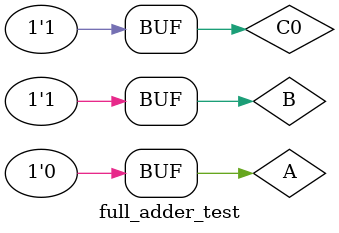
<source format=v>
`timescale 1ns / 1ps


module full_adder_test;

	// Inputs
	reg A;
	reg B;
	reg C0;

	// Outputs
	wire S;
	wire C1;

	// Instantiate the Unit Under Test (UUT)
	full_adder uut (
		.A(A), 
		.B(B), 
		.C0(C0), 
		.S(S), 
		.C1(C1)
	);

	initial begin
		// Initialize Inputs
		A = 0;
		B = 0;
		C0 = 0;

		// Wait 100 ns for global reset to finish
		#100;
        
		// Add stimulus here
        A = 1;
		B = 1;
		C0 = 0;
		#200;
		A = 0;
		B = 1;
		C0 = 0;
		#200;
		A = 0;
		B = 1;
		C0 = 1;
		#200;

	end
      
endmodule 
</source>
